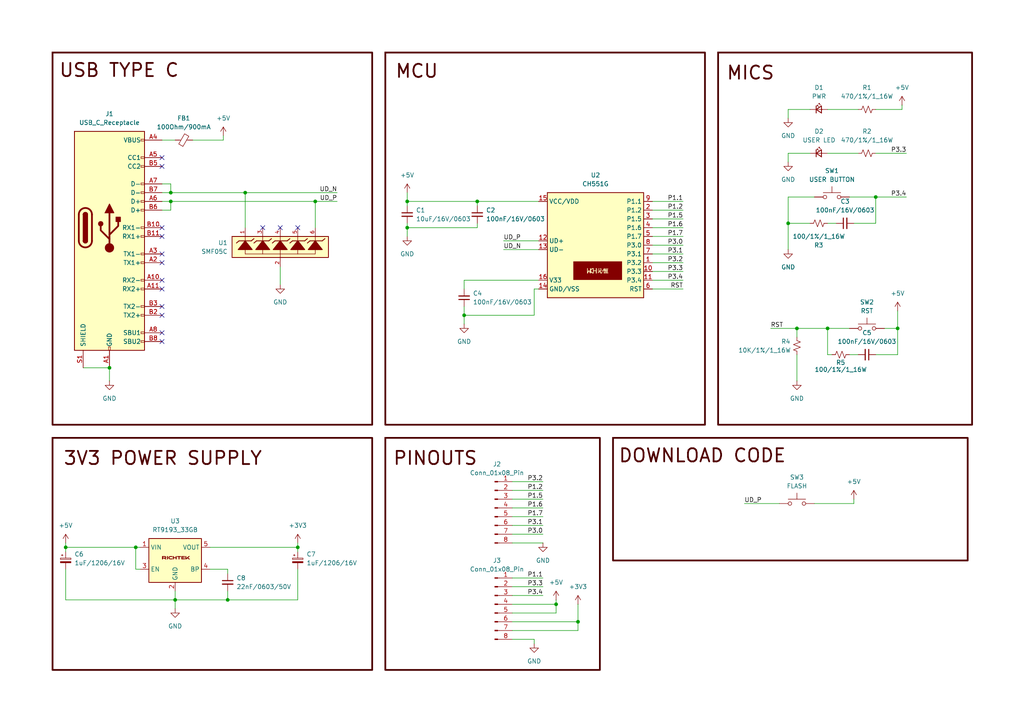
<source format=kicad_sch>
(kicad_sch (version 20231120) (generator "eeschema") (generator_version "8.0")
  (paper "A4")
  (title_block (title "CH551G DEVKIT") (date "2024-12-09") (rev "1.1"))
  (lib_symbols
    (symbol "CH551G_DevKit:BK2125HS101_T" (pin_numbers hide) (pin_names (offset 0))
      (property "Reference" "FB" (at 1.905 1.27 0))
      (property "Value" "100Ohm/900mA" (at 1.905 -1.27 0))
      (symbol "BK2125HS101_T_1_1"
        (pin passive line (at 0 2.54 270) (length 1.27) (name "~") (number "1"))
        (pin passive line (at 0 -2.54 90) (length 1.27) (name "~") (number "2"))
      )
    )
    (symbol "CH551G_DevKit:C_Ceramic_SMD_0603_100n_16V" (pin_numbers hide) (pin_names (offset 0.254) hide)
      (property "Reference" "C" (at 0.254 1.778 0))
      (property "Value" "100nF/16V/0603" (at 0.254 -2.032 0))
      (symbol "C_Ceramic_SMD_0603_100n_16V_1_1"
        (pin passive line (at 0 2.54 270) (length 2.032) (name "~") (number "1"))
        (pin passive line (at 0 -2.54 90) (length 2.032) (name "~") (number "2"))
      )
    )
    (symbol "CH551G_DevKit:C_Ceramic_SMD_0603_10u_16V" (pin_numbers hide) (pin_names (offset 0.254) hide)
      (property "Reference" "C" (at 0.254 1.778 0))
      (property "Value" "10uF/16V/0603" (at 0.254 -2.032 0))
      (symbol "C_Ceramic_SMD_0603_10u_16V_1_1"
        (pin passive line (at 0 2.54 270) (length 2.032) (name "~") (number "1"))
        (pin passive line (at 0 -2.54 90) (length 2.032) (name "~") (number "2"))
      )
    )
    (symbol "CH551G_DevKit:C_Ceramic_SMD_0603_22nF_50V" (pin_numbers hide) (pin_names (offset 0.254) hide)
      (property "Reference" "C" (at 0.254 1.778 0))
      (property "Value" "22nF/0603/50V" (at 0.254 -2.032 0))
      (symbol "C_Ceramic_SMD_0603_22nF_50V_1_1"
        (pin passive line (at 0 2.54 270) (length 2.032) (name "~") (number "1"))
        (pin passive line (at 0 -2.54 90) (length 2.032) (name "~") (number "2"))
      )
    )
    (symbol "CH551G_DevKit:C_Tantalum_SMD_1206_1uF_16V" (pin_numbers hide) (pin_names (offset 0.254) hide)
      (property "Reference" "C" (at 0.254 1.778 0))
      (property "Value" "1uF/1206/16V" (at 0.254 -2.032 0))
      (symbol "C_Tantalum_SMD_1206_1uF_16V_1_1"
        (pin passive line (at 0 2.54 270) (length 1.8542) (name "~") (number "1"))
        (pin passive line (at 0 -2.54 90) (length 1.8542) (name "~") (number "2"))
      )
    )
    (symbol "CH551G_DevKit:RT9193_33GB"
      (property "Reference" "U" (at 0 6.35 0))
      (property "Value" "RT9193_33GB" (at 9.398 6.35 0))
      (symbol "RT9193_33GB_1_1"
        (pin power_in line (at -10.16 2.54 0) (length 2.54) (name "VIN") (number "1"))
        (pin power_in line (at 0 -10.16 90) (length 2.54) (name "GND") (number "2"))
        (pin input line (at -10.16 -3.81 0) (length 2.54) (name "EN") (number "3"))
        (pin passive line (at 10.16 -3.81 180) (length 2.54) (name "BP") (number "4"))
        (pin passive line (at 10.16 2.54 180) (length 2.54) (name "VOUT") (number "5"))
      )
    )
    (symbol "CH551G_DevKit:R_0402_100_1%" (pin_numbers hide) (pin_names (offset 0.254) hide)
      (property "Reference" "R" (at -3.683 2.413 0))
      (property "Value" "100/1%/1_16W" (at -3.683 3.937 0))
      (symbol "R_0402_100_1%_1_1"
        (pin passive line (at -2.54 0 0) (length 1.016) (name "~") (number "1"))
        (pin passive line (at 2.54 0 180) (length 1.016) (name "~") (number "2"))
      )
    )
    (symbol "CH551G_DevKit:R_0402_10K_1%" (pin_numbers hide) (pin_names (offset 0.254) hide)
      (property "Reference" "R" (at -3.683 2.413 0))
      (property "Value" "10K/1%/1_16W" (at -3.683 3.937 0))
      (symbol "R_0402_10K_1%_1_1"
        (pin passive line (at -2.54 0 0) (length 1.016) (name "~") (number "1"))
        (pin passive line (at 2.54 0 180) (length 1.016) (name "~") (number "2"))
      )
    )
    (symbol "CH551G_DevKit:R_0402_470_1%" (pin_numbers hide) (pin_names (offset 0.254) hide)
      (property "Reference" "R" (at -3.683 2.413 0))
      (property "Value" "470/1%/1_16W" (at -3.683 3.937 0))
      (symbol "R_0402_470_1%_1_1"
        (pin passive line (at -2.54 0 0) (length 1.016) (name "~") (number "1"))
        (pin passive line (at 2.54 0 180) (length 1.016) (name "~") (number "2"))
      )
    )
    (symbol "CH551G_DevKit:SMF05C"
      (property "Reference" "U" (at 0 1.27 0))
      (property "Value" "SMF05C" (at 0 1.27 0))
      (symbol "SMF05C_0_0"
        (pin passive line (at -10.16 0 270) (length 2.54) (name "~") (number "1"))
        (pin passive line (at 0 -11.43 90) (length 2.54) (name "~") (number "2"))
        (pin passive line (at -5.08 0 270) (length 2.54) (name "~") (number "3"))
        (pin passive line (at 0 0 270) (length 2.54) (name "~") (number "4"))
        (pin passive line (at 5.08 0 270) (length 2.54) (name "~") (number "5"))
        (pin passive line (at 10.16 0 270) (length 2.54) (name "~") (number "6"))
      )
    )
    (symbol "CH551G_DevKit:SW_Push" (pin_numbers hide) (pin_names (offset 1.016) hide)
      (property "Reference" "SW" (at 1.27 2.54 0))
      (property "Value" "SW_Push" (at 0 -1.524 0))
      (symbol "SW_Push_0_1"
        (pin passive line (at -5.08 0 0) (length 2.54) (name "1") (number "1"))
        (pin passive line (at 5.08 0 180) (length 2.54) (name "2") (number "2"))
      )
    )
    (symbol "Connector:Conn_01x08_Pin" (pin_names (offset 1.016) hide)
      (property "Reference" "J" (at 0 10.16 0))
      (property "Value" "Conn_01x08_Pin" (at 0 -12.7 0))
      (symbol "Conn_01x08_Pin_1_1"
        (pin passive line (at 5.08 7.62 180) (length 3.81) (name "Pin_1") (number "1"))
        (pin passive line (at 5.08 5.08 180) (length 3.81) (name "Pin_2") (number "2"))
        (pin passive line (at 5.08 2.54 180) (length 3.81) (name "Pin_3") (number "3"))
        (pin passive line (at 5.08 0 180) (length 3.81) (name "Pin_4") (number "4"))
        (pin passive line (at 5.08 -2.54 180) (length 3.81) (name "Pin_5") (number "5"))
        (pin passive line (at 5.08 -5.08 180) (length 3.81) (name "Pin_6") (number "6"))
        (pin passive line (at 5.08 -7.62 180) (length 3.81) (name "Pin_7") (number "7"))
        (pin passive line (at 5.08 -10.16 180) (length 3.81) (name "Pin_8") (number "8"))
      )
    )
    (symbol "Connector:USB_C_Receptacle" (pin_names (offset 1.016))
      (property "Reference" "J" (at -10.16 29.21 0))
      (property "Value" "USB_C_Receptacle" (at 10.16 29.21 0))
      (symbol "USB_C_Receptacle_1_1"
        (pin passive line (at 0 -40.64 90) (length 5.08) (name "GND") (number "A1"))
        (pin bidirectional line (at 15.24 -15.24 180) (length 5.08) (name "RX2-") (number "A10"))
        (pin bidirectional line (at 15.24 -17.78 180) (length 5.08) (name "RX2+") (number "A11"))
        (pin passive line (at 0 -40.64 90) (length 5.08) hide (name "GND") (number "A12"))
        (pin bidirectional line (at 15.24 -10.16 180) (length 5.08) (name "TX1+") (number "A2"))
        (pin bidirectional line (at 15.24 -7.62 180) (length 5.08) (name "TX1-") (number "A3"))
        (pin passive line (at 15.24 25.4 180) (length 5.08) (name "VBUS") (number "A4"))
        (pin bidirectional line (at 15.24 20.32 180) (length 5.08) (name "CC1") (number "A5"))
        (pin bidirectional line (at 15.24 7.62 180) (length 5.08) (name "D+") (number "A6"))
        (pin bidirectional line (at 15.24 12.7 180) (length 5.08) (name "D-") (number "A7"))
        (pin bidirectional line (at 15.24 -30.48 180) (length 5.08) (name "SBU1") (number "A8"))
        (pin passive line (at 15.24 25.4 180) (length 5.08) hide (name "VBUS") (number "A9"))
        (pin passive line (at 0 -40.64 90) (length 5.08) hide (name "GND") (number "B1"))
        (pin bidirectional line (at 15.24 0 180) (length 5.08) (name "RX1-") (number "B10"))
        (pin bidirectional line (at 15.24 -2.54 180) (length 5.08) (name "RX1+") (number "B11"))
        (pin passive line (at 0 -40.64 90) (length 5.08) hide (name "GND") (number "B12"))
        (pin bidirectional line (at 15.24 -25.4 180) (length 5.08) (name "TX2+") (number "B2"))
        (pin bidirectional line (at 15.24 -22.86 180) (length 5.08) (name "TX2-") (number "B3"))
        (pin passive line (at 15.24 25.4 180) (length 5.08) hide (name "VBUS") (number "B4"))
        (pin bidirectional line (at 15.24 17.78 180) (length 5.08) (name "CC2") (number "B5"))
        (pin bidirectional line (at 15.24 5.08 180) (length 5.08) (name "D+") (number "B6"))
        (pin bidirectional line (at 15.24 10.16 180) (length 5.08) (name "D-") (number "B7"))
        (pin bidirectional line (at 15.24 -33.02 180) (length 5.08) (name "SBU2") (number "B8"))
        (pin passive line (at 15.24 25.4 180) (length 5.08) hide (name "VBUS") (number "B9"))
        (pin passive line (at -7.62 -40.64 90) (length 5.08) (name "SHIELD") (number "S1"))
      )
    )
    (symbol "Device:LED_Small" (pin_numbers hide) (pin_names (offset 0.254) hide)
      (property "Reference" "D" (at -1.27 3.175 0))
      (property "Value" "LED_Small" (at -4.445 -2.54 0))
      (symbol "LED_Small_1_1"
        (pin passive line (at -2.54 0 0) (length 1.778) (name "K") (number "1"))
        (pin passive line (at 2.54 0 180) (length 1.778) (name "A") (number "2"))
      )
    )
    (symbol "GNG_MCU:CH551G"
      (property "Reference" "U" (at -12.192 14.986 0))
      (property "Value" "CH551G" (at 6.35 14.986 0))
      (symbol "CH551G_1_1"
        (pin bidirectional line (at 16.51 -6.35 180) (length 2.54) (name "P3.2") (number "1"))
        (pin bidirectional line (at 16.51 -8.89 180) (length 2.54) (name "P3.3") (number "10"))
        (pin bidirectional line (at 16.51 -11.43 180) (length 2.54) (name "P3.4") (number "11"))
        (pin bidirectional line (at -16.51 0 0) (length 2.54) (name "UD+") (number "12"))
        (pin bidirectional line (at -16.51 -2.54 0) (length 2.54) (name "UD-") (number "13"))
        (pin power_in line (at -16.51 -13.97 0) (length 2.54) (name "GND/VSS") (number "14"))
        (pin power_in line (at -16.51 11.43 0) (length 2.54) (name "VCC/VDD") (number "15"))
        (pin power_in line (at -16.51 -11.43 0) (length 2.54) (name "V33") (number "16"))
        (pin bidirectional line (at 16.51 8.89 180) (length 2.54) (name "P1.2") (number "2"))
        (pin bidirectional line (at 16.51 6.35 180) (length 2.54) (name "P1.5") (number "3"))
        (pin power_out line (at 16.51 3.81 180) (length 2.54) (name "P1.6") (number "4"))
        (pin bidirectional line (at 16.51 1.27 180) (length 2.54) (name "P1.7") (number "5"))
        (pin input line (at 16.51 -13.97 180) (length 2.54) (name "RST") (number "6"))
        (pin bidirectional line (at 16.51 -3.81 180) (length 2.54) (name "P3.1") (number "7"))
        (pin bidirectional line (at 16.51 -1.27 180) (length 2.54) (name "P3.0") (number "8"))
        (pin bidirectional line (at 16.51 11.43 180) (length 2.54) (name "P1.1") (number "9"))
      )
    )
    (symbol "power:+3V3" (power) (pin_numbers hide) (pin_names (offset 0) hide)
      (property "Value" "+3V3" (at 0 3.556 0))
      (symbol "+3V3_1_1"
        (pin power_in line (at 0 0 90) (length 0) (name "~") (number "1"))
      )
    )
    (symbol "power:+5V" (power) (pin_numbers hide) (pin_names (offset 0) hide)
      (property "Value" "+5V" (at 0 3.556 0))
      (symbol "+5V_1_1"
        (pin power_in line (at 0 0 90) (length 0) (name "~") (number "1"))
      )
    )
    (symbol "power:GND" (power) (pin_numbers hide) (pin_names (offset 0) hide)
      (property "Value" "GND" (at 0 -3.81 0))
      (symbol "GND_1_1"
        (pin power_in line (at 0 0 270) (length 0) (name "~") (number "1"))
      )
    )
  )
  (junction (at 134.62 91.44))
  (junction (at 91.44 58.42))
  (junction (at 240.03 95.25))
  (junction (at 19.05 158.75))
  (junction (at 66.04 173.99))
  (junction (at 231.14 95.25))
  (junction (at 260.35 95.25))
  (junction (at 50.8 173.99))
  (junction (at 71.12 55.88))
  (junction (at 39.37 158.75))
  (junction (at 138.43 58.42))
  (junction (at 167.64 180.34))
  (junction (at 161.29 175.26))
  (junction (at 49.53 55.88))
  (junction (at 254 57.15))
  (junction (at 31.75 106.68))
  (junction (at 118.11 58.42))
  (junction (at 228.6 64.77))
  (junction (at 49.53 58.42))
  (junction (at 118.11 66.04))
  (junction (at 86.36 158.75))
  (no_connect (at 46.99 81.28))
  (no_connect (at 46.99 73.66))
  (no_connect (at 46.99 96.52))
  (no_connect (at 46.99 66.04))
  (no_connect (at 81.28 66.04))
  (no_connect (at 46.99 99.06))
  (no_connect (at 46.99 48.26))
  (no_connect (at 46.99 83.82))
  (no_connect (at 46.99 76.2))
  (no_connect (at 86.36 66.04))
  (no_connect (at 76.2 66.04))
  (no_connect (at 46.99 68.58))
  (no_connect (at 46.99 88.9))
  (no_connect (at 46.99 91.44))
  (no_connect (at 46.99 45.72))
  (wire (pts (xy 215.9 146.05) (xy 226.06 146.05)))
  (wire (pts (xy 240.03 64.77) (xy 242.57 64.77)))
  (wire (pts (xy 154.94 91.44) (xy 154.94 83.82)))
  (wire (pts (xy 134.62 81.28) (xy 156.21 81.28)))
  (wire (pts (xy 167.64 175.26) (xy 167.64 180.34)))
  (wire (pts (xy 50.8 173.99) (xy 50.8 176.53)))
  (wire (pts (xy 138.43 59.69) (xy 138.43 58.42)))
  (wire (pts (xy 261.62 31.75) (xy 261.62 30.48)))
  (wire (pts (xy 19.05 157.48) (xy 19.05 158.75)))
  (wire (pts (xy 134.62 93.98) (xy 134.62 91.44)))
  (wire (pts (xy 256.54 95.25) (xy 260.35 95.25)))
  (wire (pts (xy 228.6 64.77) (xy 234.95 64.77)))
  (wire (pts (xy 134.62 91.44) (xy 154.94 91.44)))
  (wire (pts (xy 189.23 60.96) (xy 198.12 60.96)))
  (wire (pts (xy 138.43 58.42) (xy 156.21 58.42)))
  (wire (pts (xy 231.14 95.25) (xy 240.03 95.25)))
  (wire (pts (xy 240.03 95.25) (xy 240.03 102.87)))
  (wire (pts (xy 19.05 158.75) (xy 19.05 160.02)))
  (wire (pts (xy 60.96 165.1) (xy 66.04 165.1)))
  (wire (pts (xy 231.14 102.87) (xy 231.14 110.49)))
  (wire (pts (xy 254 44.45) (xy 262.89 44.45)))
  (wire (pts (xy 154.94 83.82) (xy 156.21 83.82)))
  (wire (pts (xy 46.99 40.64) (xy 50.8 40.64)))
  (wire (pts (xy 240.03 31.75) (xy 248.92 31.75)))
  (wire (pts (xy 189.23 83.82) (xy 198.12 83.82)))
  (wire (pts (xy 97.79 58.42) (xy 91.44 58.42)))
  (wire (pts (xy 39.37 165.1) (xy 39.37 158.75)))
  (wire (pts (xy 66.04 171.45) (xy 66.04 173.99)))
  (wire (pts (xy 39.37 158.75) (xy 40.64 158.75)))
  (wire (pts (xy 97.79 55.88) (xy 71.12 55.88)))
  (wire (pts (xy 254 64.77) (xy 254 57.15)))
  (wire (pts (xy 148.59 185.42) (xy 154.94 185.42)))
  (wire (pts (xy 254 57.15) (xy 262.89 57.15)))
  (wire (pts (xy 167.64 182.88) (xy 167.64 180.34)))
  (wire (pts (xy 118.11 64.77) (xy 118.11 66.04)))
  (wire (pts (xy 49.53 58.42) (xy 46.99 58.42)))
  (wire (pts (xy 40.64 165.1) (xy 39.37 165.1)))
  (wire (pts (xy 148.59 170.18) (xy 157.48 170.18)))
  (wire (pts (xy 189.23 71.12) (xy 198.12 71.12)))
  (wire (pts (xy 241.3 102.87) (xy 240.03 102.87)))
  (wire (pts (xy 240.03 44.45) (xy 248.92 44.45)))
  (wire (pts (xy 189.23 81.28) (xy 198.12 81.28)))
  (wire (pts (xy 146.05 69.85) (xy 156.21 69.85)))
  (wire (pts (xy 50.8 171.45) (xy 50.8 173.99)))
  (wire (pts (xy 234.95 31.75) (xy 228.6 31.75)))
  (wire (pts (xy 228.6 44.45) (xy 228.6 46.99)))
  (wire (pts (xy 55.88 40.64) (xy 64.77 40.64)))
  (wire (pts (xy 161.29 177.8) (xy 161.29 175.26)))
  (wire (pts (xy 148.59 144.78) (xy 157.48 144.78)))
  (wire (pts (xy 49.53 58.42) (xy 49.53 60.96)))
  (wire (pts (xy 146.05 72.39) (xy 156.21 72.39)))
  (wire (pts (xy 189.23 73.66) (xy 198.12 73.66)))
  (wire (pts (xy 71.12 55.88) (xy 49.53 55.88)))
  (wire (pts (xy 246.38 57.15) (xy 254 57.15)))
  (wire (pts (xy 86.36 157.48) (xy 86.36 158.75)))
  (wire (pts (xy 189.23 58.42) (xy 198.12 58.42)))
  (wire (pts (xy 236.22 57.15) (xy 228.6 57.15)))
  (wire (pts (xy 228.6 64.77) (xy 228.6 72.39)))
  (wire (pts (xy 148.59 147.32) (xy 157.48 147.32)))
  (wire (pts (xy 236.22 146.05) (xy 247.65 146.05)))
  (wire (pts (xy 228.6 31.75) (xy 228.6 34.29)))
  (wire (pts (xy 134.62 88.9) (xy 134.62 91.44)))
  (wire (pts (xy 19.05 173.99) (xy 50.8 173.99)))
  (wire (pts (xy 189.23 78.74) (xy 198.12 78.74)))
  (wire (pts (xy 118.11 58.42) (xy 138.43 58.42)))
  (wire (pts (xy 66.04 165.1) (xy 66.04 166.37)))
  (wire (pts (xy 154.94 185.42) (xy 154.94 186.69)))
  (wire (pts (xy 138.43 64.77) (xy 138.43 66.04)))
  (wire (pts (xy 148.59 172.72) (xy 157.48 172.72)))
  (wire (pts (xy 161.29 173.99) (xy 161.29 175.26)))
  (wire (pts (xy 118.11 55.88) (xy 118.11 58.42)))
  (wire (pts (xy 231.14 95.25) (xy 223.52 95.25)))
  (wire (pts (xy 148.59 139.7) (xy 157.48 139.7)))
  (wire (pts (xy 49.53 53.34) (xy 49.53 55.88)))
  (wire (pts (xy 138.43 66.04) (xy 118.11 66.04)))
  (wire (pts (xy 254 102.87) (xy 260.35 102.87)))
  (wire (pts (xy 134.62 81.28) (xy 134.62 83.82)))
  (wire (pts (xy 189.23 68.58) (xy 198.12 68.58)))
  (wire (pts (xy 246.38 102.87) (xy 248.92 102.87)))
  (wire (pts (xy 148.59 182.88) (xy 167.64 182.88)))
  (wire (pts (xy 228.6 57.15) (xy 228.6 64.77)))
  (wire (pts (xy 247.65 144.78) (xy 247.65 146.05)))
  (wire (pts (xy 148.59 177.8) (xy 161.29 177.8)))
  (wire (pts (xy 118.11 58.42) (xy 118.11 59.69)))
  (wire (pts (xy 91.44 58.42) (xy 91.44 66.04)))
  (wire (pts (xy 49.53 55.88) (xy 46.99 55.88)))
  (wire (pts (xy 81.28 77.47) (xy 81.28 82.55)))
  (wire (pts (xy 167.64 180.34) (xy 148.59 180.34)))
  (wire (pts (xy 254 31.75) (xy 261.62 31.75)))
  (wire (pts (xy 118.11 66.04) (xy 118.11 68.58)))
  (wire (pts (xy 260.35 90.17) (xy 260.35 95.25)))
  (wire (pts (xy 60.96 158.75) (xy 86.36 158.75)))
  (wire (pts (xy 148.59 149.86) (xy 157.48 149.86)))
  (wire (pts (xy 64.77 40.64) (xy 64.77 39.37)))
  (wire (pts (xy 71.12 55.88) (xy 71.12 66.04)))
  (wire (pts (xy 91.44 58.42) (xy 49.53 58.42)))
  (wire (pts (xy 31.75 106.68) (xy 31.75 110.49)))
  (wire (pts (xy 19.05 165.1) (xy 19.05 173.99)))
  (wire (pts (xy 148.59 152.4) (xy 157.48 152.4)))
  (wire (pts (xy 50.8 173.99) (xy 66.04 173.99)))
  (wire (pts (xy 247.65 64.77) (xy 254 64.77)))
  (wire (pts (xy 189.23 66.04) (xy 198.12 66.04)))
  (wire (pts (xy 148.59 167.64) (xy 157.48 167.64)))
  (wire (pts (xy 86.36 173.99) (xy 86.36 165.1)))
  (wire (pts (xy 86.36 158.75) (xy 86.36 160.02)))
  (wire (pts (xy 240.03 95.25) (xy 246.38 95.25)))
  (wire (pts (xy 49.53 53.34) (xy 46.99 53.34)))
  (wire (pts (xy 24.13 106.68) (xy 31.75 106.68)))
  (wire (pts (xy 148.59 154.94) (xy 157.48 154.94)))
  (wire (pts (xy 148.59 142.24) (xy 157.48 142.24)))
  (wire (pts (xy 189.23 63.5) (xy 198.12 63.5)))
  (wire (pts (xy 49.53 60.96) (xy 46.99 60.96)))
  (wire (pts (xy 231.14 95.25) (xy 231.14 97.79)))
  (wire (pts (xy 66.04 173.99) (xy 86.36 173.99)))
  (wire (pts (xy 19.05 158.75) (xy 39.37 158.75)))
  (wire (pts (xy 234.95 44.45) (xy 228.6 44.45)))
  (wire (pts (xy 148.59 175.26) (xy 161.29 175.26)))
  (wire (pts (xy 157.48 157.48) (xy 148.59 157.48)))
  (wire (pts (xy 260.35 102.87) (xy 260.35 95.25)))
  (wire (pts (xy 189.23 76.2) (xy 198.12 76.2)))
  (rectangle (start 111.76 15.24) (end 204.47 123.19) (stroke (width 0.508) (color 72 0 0 1)))
  (rectangle (start 111.76 127) (end 173.99 194.31) (stroke (width 0.508) (color 72 0 0 1)))
  (rectangle (start 208.28 15.24) (end 281.94 123.19) (stroke (width 0.508) (color 72 0 0 1)))
  (rectangle (start 177.8 127) (end 280.67 162.56) (stroke (width 0.508) (color 72 0 0 1)))
  (rectangle (start 15.24 127) (end 107.95 194.31) (stroke (width 0.508) (color 72 0 0 1)))
  (rectangle (start 15.24 15.24) (end 107.95 123.19) (stroke (width 0.508) (color 72 0 0 1)))
  (text "3V3 POWER SUPPLY\n" (at 47.244 133.096 0) (effects (font (size 3.81 3.81) (thickness 0.508) (bold yes))))
  (text "DOWNLOAD CODE" (at 203.708 132.334 0) (effects (font (size 3.81 3.81) (thickness 0.508) (bold yes))))
  (text "PINOUTS\n" (at 126.238 133.096 0) (effects (font (size 3.81 3.81) (thickness 0.508) (bold yes))))
  (text "MICS" (at 217.678 21.336 0) (effects (font (size 3.81 3.81) (thickness 0.508) (bold yes))))
  (text "USB TYPE C\n" (at 34.544 20.574 0) (effects (font (size 3.81 3.81) (thickness 0.508) (bold yes))))
  (text "MCU\n" (at 120.904 20.828 0) (effects (font (size 3.81 3.81) (thickness 0.508) (bold yes))))
  (label "P3.4" (at 157.48 172.72 180))
  (label "P3.2" (at 198.12 76.2 180))
  (label "P1.6" (at 157.48 147.32 180))
  (label "P3.2" (at 157.48 139.7 180))
  (label "P3.1" (at 198.12 73.66 180))
  (label "P1.5" (at 157.48 144.78 180))
  (label "P3.3" (at 262.89 44.45 180))
  (label "UD_N" (at 97.79 55.88 180))
  (label "UD_P" (at 97.79 58.42 180))
  (label "P3.3" (at 198.12 78.74 180))
  (label "UD_P" (at 146.05 69.85 0))
  (label "P3.4" (at 262.89 57.15 180))
  (label "P1.6" (at 198.12 66.04 180))
  (label "P1.1" (at 198.12 58.42 180))
  (label "P3.0" (at 157.48 154.94 180))
  (label "P1.2" (at 198.12 60.96 180))
  (label "P3.4" (at 198.12 81.28 180))
  (label "UD_P" (at 215.9 146.05 0))
  (label "P1.1" (at 157.48 167.64 180))
  (label "P3.1" (at 157.48 152.4 180))
  (label "P1.2" (at 157.48 142.24 180))
  (label "P3.3" (at 157.48 170.18 180))
  (label "P1.7" (at 198.12 68.58 180))
  (label "UD_N" (at 146.05 72.39 0))
  (label "P3.0" (at 198.12 71.12 180))
  (label "RST" (at 198.12 83.82 180))
  (label "P1.5" (at 198.12 63.5 180))
  (label "RST" (at 223.52 95.25 0))
  (label "P1.7" (at 157.48 149.86 180))
  (symbol (lib_id "power:+5V") (at 118.11 55.88 0) (unit 1)
    (property "Reference" "#PWR05" (effects (hide yes)))
    (property "Value" "+5V" (at 118.11 50.8 0))
    (property "Description" "Power symbol creates a global label with name \"+5V\"" (effects (hide yes)))
  )
  (symbol (lib_id "Device:LED_Small") (at 237.49 31.75 0) (unit 1)
    (property "Reference" "D1" (at 237.5535 25.4 0))
    (property "Value" "PWR" (at 237.5535 27.94 0))
    (property "Footprint" "LED_SMD:LED_0805_2012Metric" (effects (hide yes)))
    (property "Description" "Light emitting diode, small symbol" (effects (hide yes)))
    (property "Supply URL" "https://www.thegioiic.com/led-do-0805-dan-smd-trong-suot" (effects (hide yes)))
  )
  (symbol (lib_id "power:GND") (at 134.62 93.98 0) (unit 1)
    (property "Reference" "#PWR010" (effects (hide yes)))
    (property "Value" "GND" (at 134.62 99.06 0))
    (property "Description" "Power symbol creates a global label with name \"GND\" , ground" (effects (hide yes)))
  )
  (symbol (lib_id "power:GND") (at 50.8 176.53 0) (unit 1)
    (property "Reference" "#PWR019" (effects (hide yes)))
    (property "Value" "GND" (at 50.8 181.61 0))
    (property "Description" "Power symbol creates a global label with name \"GND\" , ground" (effects (hide yes)))
  )
  (symbol (lib_id "CH551G_DevKit:RT9193_33GB") (at 50.8 161.29 0) (unit 1)
    (property "Reference" "U3" (at 50.8 151.13 0))
    (property "Value" "RT9193_33GB" (at 50.8 153.67 0))
    (property "Footprint" "Package_TO_SOT_SMD:SOT-23-5" (effects (hide yes)))
    (property "Datasheet" "https://www.mouser.vn/datasheet/2/1458/DS9193_18-3104722.pdf" (effects (hide yes)))
    (property "Description" "300mA, Ultra-Low Noise, Ultra-Fast CMOS LDO Regulator" (effects (hide yes)))
    (property "Supply URL" "https://www.thegioiic.com/rt9193-33gb-ic-on-ap-3-3v-300ma" (effects (hide yes)))
  )
  (symbol (lib_id "CH551G_DevKit:SMF05C") (at 81.28 66.04 0) (unit 1)
    (property "Reference" "U1" (at 66.04 70.4214 0) (effects (justify right)))
    (property "Value" "SMF05C" (at 66.04 72.9614 0) (effects (justify right)))
    (property "Footprint" "Package_TO_SOT_SMD:SOT-363_SC-70-6" (effects (hide yes)))
    (property "Datasheet" "https://www.thegioiic.com/upload/documents/d6b4465a77a236d1b7329f09e725ca32.pdf" (effects (hide yes)))
    (property "Description" "5-Line ESD Protection Diode Array" (effects (hide yes)))
    (property "Supply URL" "https://www.thegioiic.com/smf05c-esd-protection-diode-array-sot-363" (effects (hide yes)))
  )
  (symbol (lib_id "power:+5V") (at 247.65 144.78 0) (unit 1)
    (property "Reference" "#PWR013" (effects (hide yes)))
    (property "Value" "+5V" (at 247.65 139.7 0))
    (property "Description" "Power symbol creates a global label with name \"+5V\"" (effects (hide yes)))
  )
  (symbol (lib_id "power:GND") (at 157.48 157.48 0) (unit 1)
    (property "Reference" "#PWR016" (effects (hide yes)))
    (property "Value" "GND" (at 157.48 162.56 0))
    (property "Description" "Power symbol creates a global label with name \"GND\" , ground" (effects (hide yes)))
  )
  (symbol (lib_id "CH551G_DevKit:R_0402_100_1%") (at 237.49 64.77 180) (unit 1)
    (property "Reference" "R3" (at 237.49 71.12 0))
    (property "Value" "100/1%/1_16W" (at 237.49 68.58 0))
    (property "Footprint" "Resistor_SMD:R_0402_1005Metric" (effects (hide yes)))
    (property "Description" "Resistor, small US symbol" (effects (hide yes)))
    (property "Supply URL" "https://www.thegioiic.com/dien-tro-100-ohm-0402-1-" (effects (hide yes)))
  )
  (symbol (lib_id "power:GND") (at 228.6 46.99 0) (unit 1)
    (property "Reference" "#PWR04" (effects (hide yes)))
    (property "Value" "GND" (at 228.6 52.07 0))
    (property "Description" "Power symbol creates a global label with name \"GND\" , ground" (effects (hide yes)))
  )
  (symbol (lib_id "power:GND") (at 228.6 72.39 0) (mirror y) (unit 1)
    (property "Reference" "#PWR07" (effects (hide yes)))
    (property "Value" "GND" (at 228.6 77.47 0))
    (property "Description" "Power symbol creates a global label with name \"GND\" , ground" (effects (hide yes)))
  )
  (symbol (lib_id "power:+5V") (at 19.05 157.48 0) (unit 1)
    (property "Reference" "#PWR014" (effects (hide yes)))
    (property "Value" "+5V" (at 19.05 152.4 0))
    (property "Description" "Power symbol creates a global label with name \"+5V\"" (effects (hide yes)))
  )
  (symbol (lib_id "CH551G_DevKit:C_Ceramic_SMD_0603_100n_16V") (at 245.11 64.77 90) (unit 1)
    (property "Reference" "C3" (at 245.1163 58.42 90))
    (property "Value" "100nF/16V/0603" (at 245.1163 60.96 90))
    (property "Footprint" "Capacitor_SMD:C_0603_1608Metric" (effects (hide yes)))
    (property "Description" "Unpolarized capacitor, small symbol" (effects (hide yes)))
    (property "Supply URL" "https://www.thegioiic.com/tu-gom-0603-100nf-0-1uf-16v" (effects (hide yes)))
  )
  (symbol (lib_id "power:GND") (at 154.94 186.69 0) (unit 1)
    (property "Reference" "#PWR020" (effects (hide yes)))
    (property "Value" "GND" (at 154.94 191.77 0))
    (property "Description" "Power symbol creates a global label with name \"GND\" , ground" (effects (hide yes)))
  )
  (symbol (lib_id "power:GND") (at 231.14 110.49 0) (unit 1)
    (property "Reference" "#PWR012" (effects (hide yes)))
    (property "Value" "GND" (at 231.14 115.57 0))
    (property "Description" "Power symbol creates a global label with name \"GND\" , ground" (effects (hide yes)))
  )
  (symbol (lib_id "CH551G_DevKit:SW_Push") (at 241.3 57.15 0) (mirror y) (unit 1)
    (property "Reference" "SW1" (at 241.3 49.53 0))
    (property "Value" "USER BUTTON" (at 241.3 52.07 0))
    (property "Footprint" "CH551G_DevKit:SW_SMD" (effects (hide yes)))
    (property "Description" "Push button switch, generic, two pins" (effects (hide yes)))
    (property "Supply URL" "https://www.thegioiic.com/nut-nhan-3x4mm-cao-2-5mm-2-chan-smd" (effects (hide yes)))
  )
  (symbol (lib_id "GNG_MCU:CH551G") (at 172.72 69.85 0) (unit 1)
    (property "Reference" "U2" (at 172.72 50.8 0))
    (property "Value" "CH551G" (at 172.72 53.34 0))
    (property "Footprint" "Package_SO:SOIC-16_3.9x9.9mm_P1.27mm" (effects (hide yes)))
    (property "Datasheet" "https://akizukidenshi.com/goodsaffix/CH552.pdf#page=43.52" (effects (hide yes)))
    (property "Description" "8-bit Enhanced USB MCU, SOIC-16" (effects (hide yes)))
  )
  (symbol (lib_id "power:+3V3") (at 86.36 157.48 0) (unit 1)
    (property "Reference" "#PWR015" (effects (hide yes)))
    (property "Value" "+3V3" (at 86.36 152.4 0))
    (property "Description" "Power symbol creates a global label with name \"+3V3\"" (effects (hide yes)))
  )
  (symbol (lib_id "power:+5V") (at 64.77 39.37 0) (unit 1)
    (property "Reference" "#PWR03" (effects (hide yes)))
    (property "Value" "+5V" (at 64.77 34.29 0))
    (property "Description" "Power symbol creates a global label with name \"+5V\"" (effects (hide yes)))
  )
  (symbol (lib_id "power:+5V") (at 260.35 90.17 0) (unit 1)
    (property "Reference" "#PWR09" (effects (hide yes)))
    (property "Value" "+5V" (at 260.35 85.09 0))
    (property "Description" "Power symbol creates a global label with name \"+5V\"" (effects (hide yes)))
  )
  (symbol (lib_id "CH551G_DevKit:C_Ceramic_SMD_0603_100n_16V") (at 251.46 102.87 270) (unit 1)
    (property "Reference" "C5" (at 251.4536 96.52 90))
    (property "Value" "100nF/16V/0603" (at 251.4536 99.06 90))
    (property "Footprint" "Capacitor_SMD:C_0603_1608Metric" (effects (hide yes)))
    (property "Description" "Unpolarized capacitor, small symbol" (effects (hide yes)))
    (property "Supply URL" "https://www.thegioiic.com/tu-gom-0603-100nf-0-1uf-16v" (effects (hide yes)))
  )
  (symbol (lib_id "power:GND") (at 31.75 110.49 0) (unit 1)
    (property "Reference" "#PWR011" (effects (hide yes)))
    (property "Value" "GND" (at 31.75 115.57 0))
    (property "Description" "Power symbol creates a global label with name \"GND\" , ground" (effects (hide yes)))
  )
  (symbol (lib_id "CH551G_DevKit:C_Ceramic_SMD_0603_10u_16V") (at 118.11 62.23 0) (unit 1)
    (property "Reference" "C1" (at 120.65 60.9662 0) (effects (justify left)))
    (property "Value" "10uF/16V/0603" (at 120.65 63.5062 0) (effects (justify left)))
    (property "Footprint" "Capacitor_SMD:C_0603_1608Metric" (effects (hide yes)))
    (property "Description" "Unpolarized capacitor, small symbol" (effects (hide yes)))
    (property "Supply URL" "https://www.thegioiic.com/tu-gom-0603-10uf-16v" (effects (hide yes)))
  )
  (symbol (lib_id "power:GND") (at 228.6 34.29 0) (unit 1)
    (property "Reference" "#PWR02" (effects (hide yes)))
    (property "Value" "GND" (at 228.6 39.37 0))
    (property "Description" "Power symbol creates a global label with name \"GND\" , ground" (effects (hide yes)))
  )
  (symbol (lib_id "CH551G_DevKit:C_Ceramic_SMD_0603_100n_16V") (at 134.62 86.36 180) (unit 1)
    (property "Reference" "C4" (at 137.16 85.0835 0) (effects (justify right)))
    (property "Value" "100nF/16V/0603" (at 137.16 87.6235 0) (effects (justify right)))
    (property "Footprint" "Capacitor_SMD:C_0603_1608Metric" (effects (hide yes)))
    (property "Description" "Unpolarized capacitor, small symbol" (effects (hide yes)))
    (property "Supply URL" "https://www.thegioiic.com/tu-gom-0603-100nf-0-1uf-16v" (effects (hide yes)))
  )
  (symbol (lib_id "CH551G_DevKit:R_0402_470_1%") (at 251.46 44.45 0) (unit 1)
    (property "Reference" "R2" (at 251.46 38.1 0))
    (property "Value" "470/1%/1_16W" (at 251.46 40.64 0))
    (property "Footprint" "Resistor_SMD:R_0402_1005Metric" (effects (hide yes)))
    (property "Description" "Resistor, small US symbol" (effects (hide yes)))
    (property "Supply URL" "https://www.thegioiic.com/dien-tro-470-ohm-0402-1-" (effects (hide yes)))
  )
  (symbol (lib_id "power:+5V") (at 261.62 30.48 0) (unit 1)
    (property "Reference" "#PWR01" (effects (hide yes)))
    (property "Value" "+5V" (at 261.62 25.4 0))
    (property "Description" "Power symbol creates a global label with name \"+5V\"" (effects (hide yes)))
  )
  (symbol (lib_id "Connector:USB_C_Receptacle") (at 31.75 66.04 0) (unit 1)
    (property "Reference" "J1" (at 31.75 33.02 0))
    (property "Value" "USB_C_Receptacle" (at 31.75 35.56 0))
    (property "Footprint" "Connector_USB:USB_C_Receptacle_Amphenol_12401548E4-2A" (effects (hide yes)))
    (property "Datasheet" "https://www.usb.org/sites/default/files/documents/usb_type-c.zip" (effects (hide yes)))
    (property "Description" "USB Full-Featured Type-C Receptacle connector" (effects (hide yes)))
    (property "Supply URL" "https://www.thegioiic.com/cong-usb-cai-3-1-type-c-24-chan-cong-90-do" (effects (hide yes)))
  )
  (symbol (lib_id "CH551G_DevKit:C_Ceramic_SMD_0603_100n_16V") (at 138.43 62.23 0) (unit 1)
    (property "Reference" "C2" (at 140.97 60.9662 0) (effects (justify left)))
    (property "Value" "100nF/16V/0603" (at 140.97 63.5062 0) (effects (justify left)))
    (property "Footprint" "Capacitor_SMD:C_0603_1608Metric" (effects (hide yes)))
    (property "Description" "Unpolarized capacitor, small symbol" (effects (hide yes)))
    (property "Supply URL" "https://www.thegioiic.com/tu-gom-0603-100nf-0-1uf-16v" (effects (hide yes)))
  )
  (symbol (lib_id "power:+3V3") (at 167.64 175.26 0) (unit 1)
    (property "Reference" "#PWR018" (effects (hide yes)))
    (property "Value" "+3V3" (at 167.64 170.18 0))
    (property "Description" "Power symbol creates a global label with name \"+3V3\"" (effects (hide yes)))
  )
  (symbol (lib_id "power:GND") (at 81.28 82.55 0) (unit 1)
    (property "Reference" "#PWR08" (effects (hide yes)))
    (property "Value" "GND" (at 81.28 87.63 0))
    (property "Description" "Power symbol creates a global label with name \"GND\" , ground" (effects (hide yes)))
  )
  (symbol (lib_id "power:GND") (at 118.11 68.58 0) (unit 1)
    (property "Reference" "#PWR06" (effects (hide yes)))
    (property "Value" "GND" (at 118.11 73.66 0))
    (property "Description" "Power symbol creates a global label with name \"GND\" , ground" (effects (hide yes)))
  )
  (symbol (lib_id "Connector:Conn_01x08_Pin") (at 143.51 175.26 0) (unit 1)
    (property "Reference" "J3" (at 144.145 162.56 0))
    (property "Value" "Conn_01x08_Pin" (at 144.145 165.1 0))
    (property "Footprint" "Connector_PinHeader_2.54mm:PinHeader_1x08_P2.54mm_Vertical" (effects (hide yes)))
    (property "Description" "Generic connector, single row, 01x08, script generated" (effects (hide yes)))
    (property "Supply URL" "https://www.thegioiic.com/hang-rao-duc-don-2-54mm-40-chan-1-hang-cao-11-2mm-xuyen-lo-ma-vang" (effects (hide yes)))
  )
  (symbol (lib_id "CH551G_DevKit:BK2125HS101_T") (at 53.34 40.64 90) (unit 1)
    (property "Reference" "FB1" (at 53.3019 34.29 90))
    (property "Value" "100Ohm/900mA" (at 53.3019 36.83 90))
    (property "Footprint" "Inductor_SMD:L_0805_2012Metric" (effects (hide yes)))
    (property "Description" "Ferrite bead, small symbol" (effects (hide yes)))
    (property "Supply URL" "https://www.thegioiic.com/bk2125hs101-t-ferrite-beads-100-ohm-0805" (effects (hide yes)))
  )
  (symbol (lib_id "CH551G_DevKit:SW_Push") (at 231.14 146.05 0) (unit 1)
    (property "Reference" "SW3" (at 231.14 138.43 0))
    (property "Value" "FLASH" (at 231.14 140.97 0))
    (property "Footprint" "CH551G_DevKit:SW_SMD" (effects (hide yes)))
    (property "Description" "Push button switch, generic, two pins" (effects (hide yes)))
    (property "Supply URL" "https://www.thegioiic.com/nut-nhan-3x4mm-cao-2-5mm-2-chan-smd" (effects (hide yes)))
  )
  (symbol (lib_id "power:+5V") (at 161.29 173.99 0) (unit 1)
    (property "Reference" "#PWR017" (effects (hide yes)))
    (property "Value" "+5V" (at 161.29 168.91 0))
    (property "Description" "Power symbol creates a global label with name \"+5V\"" (effects (hide yes)))
  )
  (symbol (lib_id "CH551G_DevKit:R_0402_10K_1%") (at 231.14 100.33 90) (unit 1)
    (property "Reference" "R4" (at 226.568 99.06 90) (effects (justify right)))
    (property "Value" "10K/1%/1_16W" (at 214.122 101.6 90) (effects (justify right)))
    (property "Footprint" "Resistor_SMD:R_0402_1005Metric" (effects (hide yes)))
    (property "Description" "Resistor, small US symbol" (effects (hide yes)))
    (property "Supply URL" "https://www.thegioiic.com/dien-tro-10-kohm-0402-1-" (effects (hide yes)))
  )
  (symbol (lib_id "Connector:Conn_01x08_Pin") (at 143.51 147.32 0) (unit 1)
    (property "Reference" "J2" (at 144.145 134.62 0))
    (property "Value" "Conn_01x08_Pin" (at 144.145 137.16 0))
    (property "Footprint" "Connector_PinHeader_2.54mm:PinHeader_1x08_P2.54mm_Vertical" (effects (hide yes)))
    (property "Description" "Generic connector, single row, 01x08, script generated" (effects (hide yes)))
    (property "Supply URL" "https://www.thegioiic.com/hang-rao-duc-don-2-54mm-40-chan-1-hang-cao-11-2mm-xuyen-lo-ma-vang" (effects (hide yes)))
  )
  (symbol (lib_id "Device:LED_Small") (at 237.49 44.45 0) (unit 1)
    (property "Reference" "D2" (at 237.5535 38.1 0))
    (property "Value" "USER LED" (at 237.5535 40.64 0))
    (property "Footprint" "LED_SMD:LED_0805_2012Metric" (effects (hide yes)))
    (property "Description" "Light emitting diode, small symbol" (effects (hide yes)))
    (property "Supply URL" "https://www.thegioiic.com/led-cam-0805-dan-smd-trong-suot-harvatek" (effects (hide yes)))
  )
  (symbol (lib_id "CH551G_DevKit:C_Tantalum_SMD_1206_1uF_16V") (at 86.36 162.56 0) (unit 1)
    (property "Reference" "C7" (at 88.9 160.7438 0) (effects (justify left)))
    (property "Value" "1uF/1206/16V" (at 88.9 163.2838 0) (effects (justify left)))
    (property "Footprint" "Capacitor_SMD:C_1206_3216Metric" (effects (hide yes)))
    (property "Description" "Polarized capacitor, small symbol" (effects (hide yes)))
    (property "Supply URL" "https://www.thegioiic.com/tu-tantalum-1uf-16v-1206-taja105k016rnj" (effects (hide yes)))
  )
  (symbol (lib_id "CH551G_DevKit:C_Tantalum_SMD_1206_1uF_16V") (at 19.05 162.56 0) (unit 1)
    (property "Reference" "C6" (at 21.59 160.7438 0) (effects (justify left)))
    (property "Value" "1uF/1206/16V" (at 21.59 163.2838 0) (effects (justify left)))
    (property "Footprint" "Capacitor_SMD:C_1206_3216Metric" (effects (hide yes)))
    (property "Description" "Polarized capacitor, small symbol" (effects (hide yes)))
    (property "Supply URL" "https://www.thegioiic.com/tu-tantalum-1uf-16v-1206-taja105k016rnj" (effects (hide yes)))
  )
  (symbol (lib_id "CH551G_DevKit:R_0402_470_1%") (at 251.46 31.75 0) (unit 1)
    (property "Reference" "R1" (at 251.46 25.4 0))
    (property "Value" "470/1%/1_16W" (at 251.46 27.94 0))
    (property "Footprint" "Resistor_SMD:R_0402_1005Metric" (effects (hide yes)))
    (property "Description" "Resistor, small US symbol" (effects (hide yes)))
    (property "Supply URL" "https://www.thegioiic.com/dien-tro-470-ohm-0402-1-" (effects (hide yes)))
  )
  (symbol (lib_id "CH551G_DevKit:R_0402_100_1%") (at 243.84 102.87 0) (unit 1)
    (property "Reference" "R5" (at 243.84 105.156 0))
    (property "Value" "100/1%/1_16W" (at 243.84 107.188 0))
    (property "Footprint" "Resistor_SMD:R_0402_1005Metric" (effects (hide yes)))
    (property "Description" "Resistor, small US symbol" (effects (hide yes)))
    (property "Supply URL" "https://www.thegioiic.com/dien-tro-100-ohm-0402-1-" (effects (hide yes)))
  )
  (symbol (lib_id "CH551G_DevKit:C_Ceramic_SMD_0603_22nF_50V") (at 66.04 168.91 0) (unit 1)
    (property "Reference" "C8" (at 68.58 167.6462 0) (effects (justify left)))
    (property "Value" "22nF/0603/50V" (at 68.58 170.1862 0) (effects (justify left)))
    (property "Footprint" "Capacitor_SMD:C_0603_1608Metric" (effects (hide yes)))
    (property "Description" "Unpolarized capacitor, small symbol" (effects (hide yes)))
    (property "Supply URL" "https://www.thegioiic.com/tu-gom-0603-22nf-50v" (effects (hide yes)))
  )
  (symbol (lib_id "CH551G_DevKit:SW_Push") (at 251.46 95.25 0) (unit 1)
    (property "Reference" "SW2" (at 251.46 87.63 0))
    (property "Value" "RST" (at 251.46 90.17 0))
    (property "Footprint" "CH551G_DevKit:SW_SMD" (effects (hide yes)))
    (property "Description" "Push button switch, generic, two pins" (effects (hide yes)))
    (property "Supply URL" "https://www.thegioiic.com/nut-nhan-3x4mm-cao-2-5mm-2-chan-smd" (effects (hide yes)))
  )
)
</source>
